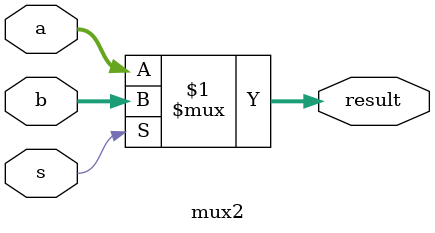
<source format=sv>

`ifndef MUX2
`define MUX2
`timescale 1ns/100ps

module mux2
    #(parameter n = 16) (
    input logic [(n-1):0] a, b,
    input logic s,
    output logic [(n-1):0] result
    );

    assign result = s ? b : a;

endmodule

`endif // MUX2

</source>
